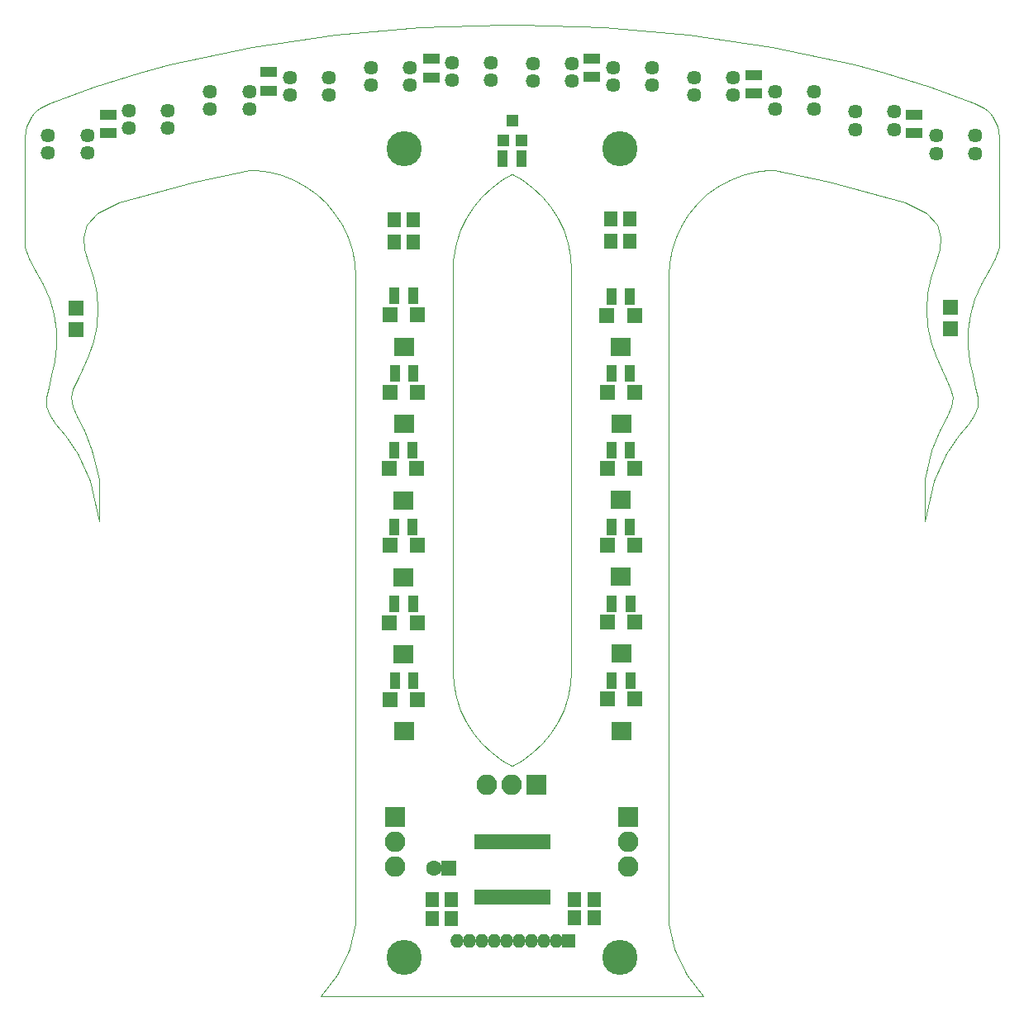
<source format=gts>
G04 #@! TF.FileFunction,Soldermask,Top*
%FSLAX46Y46*%
G04 Gerber Fmt 4.6, Leading zero omitted, Abs format (unit mm)*
G04 Created by KiCad (PCBNEW 4.0.7) date 02/25/18 15:11:15*
%MOMM*%
%LPD*%
G01*
G04 APERTURE LIST*
%ADD10C,0.100000*%
%ADD11C,3.600000*%
%ADD12R,1.400000X1.650000*%
%ADD13R,1.600000X1.600000*%
%ADD14C,1.600000*%
%ADD15R,1.400000X1.400000*%
%ADD16O,1.400000X1.400000*%
%ADD17R,2.000000X1.900000*%
%ADD18R,1.700000X1.100000*%
%ADD19R,1.100000X1.700000*%
%ADD20C,1.455599*%
%ADD21R,2.100000X2.100000*%
%ADD22O,2.100000X2.100000*%
%ADD23R,0.800000X1.500000*%
%ADD24R,1.200000X1.300000*%
G04 APERTURE END LIST*
D10*
X43860720Y75483720D02*
X44246800Y77292200D01*
X43865800Y34152840D02*
X43916600Y33258760D01*
X50955573Y83762972D02*
X49991563Y84292530D01*
X97124595Y63725083D02*
X97441436Y62490152D01*
X96820768Y65136804D02*
X97124595Y63725083D01*
X96632601Y66687713D02*
X96820768Y65136804D01*
X96638125Y68319403D02*
X96632601Y66687713D01*
X96880350Y69963922D02*
X96638125Y68319403D01*
X98025607Y73043514D02*
X97359175Y71555608D01*
X97359175Y71555608D02*
X96880350Y69963922D01*
X98778291Y74404414D02*
X98025607Y73043514D01*
X99850757Y76814051D02*
X99462352Y75656394D01*
X99462352Y75656394D02*
X98778291Y74404414D01*
X99850757Y76814051D02*
X99850757Y88055035D01*
X50735Y88055035D02*
X130724Y88822828D01*
X1263025Y90804890D02*
X1561489Y91050445D01*
X76547895Y97375154D02*
X85006687Y95599644D01*
X40511677Y99413209D02*
X31902509Y98647824D01*
X367255Y89557646D02*
X541302Y89902733D01*
X1883792Y91263751D02*
X2226461Y91442512D01*
X2544677Y91581566D02*
X2226461Y91442512D01*
X991611Y90529731D02*
X1263025Y90804890D01*
X7132339Y93308757D02*
X2544677Y91581566D01*
X130724Y88822828D02*
X229903Y89196381D01*
X23353596Y97375154D02*
X14894804Y95599644D01*
X229903Y89196381D02*
X367255Y89557646D01*
X50735Y76814051D02*
X50735Y88055035D01*
X98909880Y90529731D02*
X98638467Y90804890D01*
X541302Y89902733D02*
X750171Y90227929D01*
X50828764Y99666319D02*
X59389815Y99413209D01*
X49072727Y99666319D02*
X40511677Y99413209D01*
X98638467Y90804890D02*
X98340002Y91050445D01*
X1561489Y91050445D02*
X1883792Y91263751D01*
X50735Y76814051D02*
X439139Y75656394D01*
X11770129Y94748269D02*
X7132339Y93308757D01*
X99151321Y90227929D02*
X98909880Y90529731D01*
X14894804Y95599644D02*
X11770129Y94748269D01*
X750171Y90227929D02*
X991611Y90529731D01*
X98017700Y91263751D02*
X97675030Y91442512D01*
X98340002Y91050445D02*
X98017700Y91263751D01*
X59389815Y99413209D02*
X67998983Y98647824D01*
X97356815Y91581566D02*
X97675030Y91442512D01*
X92769153Y93308757D02*
X97356815Y91581566D01*
X88131362Y94748269D02*
X92769153Y93308757D01*
X85006687Y95599644D02*
X88131362Y94748269D01*
X38248565Y5464032D02*
X38429547Y5535688D01*
X37358521Y4061546D02*
X37370743Y4255813D01*
X60004956Y2867247D02*
X60162432Y2752834D01*
X37370743Y4255813D02*
X37407217Y4447017D01*
X60333007Y2659060D02*
X60513989Y2587404D01*
X38811200Y5608492D02*
X39005851Y5608492D01*
X37407217Y3676076D02*
X37370743Y3867279D01*
X39896535Y2867247D02*
X39739059Y2752834D01*
X37550246Y3314826D02*
X37467367Y3490952D01*
X37467367Y4632141D02*
X37550246Y4808267D01*
X39568485Y5464032D02*
X39739059Y5370259D01*
X62351246Y3314826D02*
X62434124Y3490952D01*
X62351246Y4808267D02*
X62246946Y4972616D01*
X40446308Y3867279D02*
X40409834Y3676076D01*
X59551809Y4632141D02*
X59491658Y4447017D01*
X59634687Y4808267D02*
X59551809Y4632141D01*
X61283408Y5584096D02*
X61090292Y5608492D01*
X61090292Y5608492D02*
X60895641Y5608492D01*
X61823500Y5370259D02*
X61652926Y5464032D01*
X59455184Y4255813D02*
X59442962Y4061546D01*
X39198967Y2538997D02*
X39005851Y2514600D01*
X62122871Y5122598D02*
X61980977Y5255845D01*
X37920515Y2867247D02*
X37778620Y3000495D01*
X59863062Y5122598D02*
X59738986Y4972616D01*
X61980977Y5255845D02*
X61823500Y5370259D01*
X39387503Y5535688D02*
X39568485Y5464032D01*
X61980977Y2867247D02*
X62122871Y3000495D01*
X59738986Y3150476D02*
X59863062Y3000495D01*
X37654545Y4972616D02*
X37778620Y5122598D01*
X60895641Y2514600D02*
X61090292Y2514600D01*
X61471944Y2587404D02*
X61652926Y2659060D01*
X60702524Y2538997D02*
X60895641Y2514600D01*
X59634687Y3314826D02*
X59738986Y3150476D01*
X62530749Y3867279D02*
X62542971Y4061546D01*
X60162432Y2752834D02*
X60333007Y2659060D01*
X39739059Y2752834D02*
X39568485Y2659060D01*
X60004956Y5255845D02*
X59863062Y5122598D01*
X62122871Y3000495D02*
X62246946Y3150476D01*
X62494275Y3676076D02*
X62530749Y3867279D01*
X40266805Y4808267D02*
X40349683Y4632141D01*
X60895641Y5608492D02*
X60702524Y5584096D01*
X61471944Y5535688D02*
X61283408Y5584096D01*
X59491658Y3676076D02*
X59551809Y3490952D01*
X40349683Y3490952D02*
X40266805Y3314826D01*
X61823500Y2752834D02*
X61980977Y2867247D01*
X39896535Y5255845D02*
X40038430Y5122598D01*
X59442962Y4061546D02*
X59455184Y3867279D01*
X59455184Y3867279D02*
X59491658Y3676076D01*
X61652926Y5464032D02*
X61471944Y5535688D01*
X40162505Y4972616D02*
X40266805Y4808267D01*
X60702524Y5584096D02*
X60513989Y5535688D01*
X62530749Y4255813D02*
X62494275Y4447017D01*
X60162432Y5370259D02*
X60004956Y5255845D01*
X40266805Y3314826D02*
X40162505Y3150476D01*
X39198967Y5584096D02*
X39387503Y5535688D01*
X39739059Y5370259D02*
X39896535Y5255845D01*
X38618083Y5584096D02*
X38811200Y5608492D01*
X40038430Y3000495D02*
X39896535Y2867247D01*
X60333007Y5464032D02*
X60162432Y5370259D01*
X59863062Y3000495D02*
X60004956Y2867247D01*
X59551809Y3490952D02*
X59634687Y3314826D01*
X39005851Y5608492D02*
X39198967Y5584096D01*
X37654545Y3150476D02*
X37550246Y3314826D01*
X33906674Y10492500D02*
X33906674Y73869753D01*
X65994817Y10492500D02*
X65994817Y73869753D01*
X67338129Y79099936D02*
X68068882Y80250977D01*
X32563362Y79099936D02*
X31832610Y80250977D01*
X33565484Y76569721D02*
X33144041Y77866362D01*
X68068882Y80250977D02*
X68938176Y81301319D01*
X69932294Y82234390D02*
X71035550Y83035465D01*
X28865942Y83035465D02*
X27670960Y83691903D01*
X31832610Y80250977D02*
X30963316Y81301319D01*
X33821039Y75230473D02*
X33565484Y76569721D01*
X65994817Y7492491D02*
X65994817Y10492500D01*
X30963316Y81301319D02*
X29969197Y82234390D01*
X33906674Y73869753D02*
X33821039Y75230473D01*
X6415126Y79119764D02*
X6019957Y77848888D01*
X23729656Y84702158D02*
X23058620Y84702158D01*
X66757450Y77866362D02*
X67338129Y79099936D01*
X7033109Y73720627D02*
X7377452Y72127070D01*
X29969197Y82234390D02*
X28865942Y83035465D01*
X33906674Y7492491D02*
X33906674Y10492500D01*
X6578115Y75207759D02*
X7033109Y73720627D01*
X25082392Y84531876D02*
X23729656Y84702158D01*
X27670960Y83691903D02*
X26403108Y84193344D01*
X66080453Y75230473D02*
X66336008Y76569721D01*
X68938176Y81301319D02*
X69932294Y82234390D01*
X71035550Y83035465D02*
X72230532Y83691903D01*
X6167738Y76574136D02*
X6578115Y75207759D01*
X6019957Y77848888D02*
X6167738Y76574136D01*
X7490342Y80322153D02*
X6415126Y79119764D01*
X26403108Y84193344D02*
X25082392Y84531876D01*
X7490342Y80322153D02*
X9713785Y81417451D01*
X65994817Y73869753D02*
X66080453Y75230473D01*
X33144041Y77866362D02*
X32563362Y79099936D01*
X66336008Y76569721D02*
X66757450Y77866362D01*
X93801709Y58063694D02*
X92958939Y56025139D01*
X95096702Y61405344D02*
X94976050Y60517705D01*
X94976050Y60517705D02*
X94525931Y59473092D01*
X92280854Y53034982D02*
X92207992Y48712244D01*
X95701054Y57531999D02*
X94454946Y55711784D01*
X92411149Y80322153D02*
X90187706Y81417451D01*
X92524040Y72127070D02*
X92384710Y70470771D01*
X94454946Y55711784D02*
X93173181Y52926480D01*
X92819806Y67214145D02*
X93324619Y65735670D01*
X92958939Y56025139D02*
X92280854Y53034982D01*
X92487792Y68811708D02*
X92819806Y67214145D01*
X93324619Y65735670D02*
X93913810Y64417291D01*
X72230532Y83691903D02*
X73498384Y84193344D01*
X97357478Y59690124D02*
X96701072Y58761171D01*
X73498384Y84193344D02*
X74819099Y84531876D01*
X74819099Y84531876D02*
X76171836Y84702158D01*
X76171836Y84702158D02*
X76842872Y84702158D01*
X97659078Y60533628D02*
X97357478Y59690124D01*
X92384710Y70470771D02*
X92487792Y68811708D01*
X94525931Y59473092D02*
X93801709Y58063694D01*
X92411149Y80322153D02*
X93486366Y79119764D01*
X93486366Y79119764D02*
X93881535Y77848888D01*
X93733754Y76574136D02*
X93323376Y75207759D01*
X93173181Y52926480D02*
X92207992Y48712244D01*
X93881535Y77848888D02*
X93733754Y76574136D01*
X93913810Y64417291D02*
X94479174Y63274572D01*
X94907370Y62289824D02*
X95096702Y61405344D01*
X96701072Y58761171D02*
X95701054Y57531999D01*
X92868382Y73720627D02*
X92524040Y72127070D01*
X94479174Y63274572D02*
X94907370Y62289824D01*
X93323376Y75207759D02*
X92868382Y73720627D01*
X46850063Y82027040D02*
X47844182Y82960110D01*
X99770768Y88822828D02*
X99671589Y89196381D01*
X50954617Y24222125D02*
X49990607Y23692567D01*
X53921285Y27006613D02*
X53051991Y25956271D01*
X45980769Y80976697D02*
X46850063Y82027040D01*
X46849501Y25956271D02*
X47843619Y25023200D01*
X44668775Y29391228D02*
X45249454Y28157654D01*
X99850757Y88055035D02*
X99770768Y88822828D01*
X45249454Y28157654D02*
X45980207Y27006613D01*
X43991778Y32027117D02*
X44247333Y30687869D01*
X99671589Y89196381D02*
X99534236Y89557646D01*
X44247333Y30687869D02*
X44668775Y29391228D01*
X43868327Y34151223D02*
X43860984Y75484473D01*
X99360189Y89902733D02*
X99151321Y90227929D01*
X54652037Y28157654D02*
X53921285Y27006613D01*
X55232716Y29391228D02*
X54652037Y28157654D01*
X99534236Y89557646D02*
X99360189Y89902733D01*
X45980207Y27006613D02*
X46849501Y25956271D01*
X48946875Y24222125D02*
X49910884Y23692567D01*
X43914047Y33262223D02*
X43991778Y32027117D01*
X55987444Y33262223D02*
X55909714Y32027117D01*
X55909714Y32027117D02*
X55654159Y30687869D01*
X55654159Y30687869D02*
X55232716Y29391228D01*
X53051991Y25956271D02*
X52057872Y25023200D01*
X44669338Y78592083D02*
X45250017Y79825656D01*
X44247895Y77295441D02*
X44669338Y78592083D01*
X45250017Y79825656D02*
X45980769Y80976697D01*
X40266805Y86181416D02*
X40162505Y86017067D01*
X60333007Y88330623D02*
X60162432Y88236849D01*
X61471944Y85453995D02*
X61652926Y85525651D01*
X38811200Y88475083D02*
X39005851Y88475083D01*
X37370743Y87122404D02*
X37407217Y87313607D01*
X59442962Y86928137D02*
X59455184Y86733870D01*
X59455184Y86733870D02*
X59491658Y86542666D01*
X38811200Y85381191D02*
X38618083Y85405587D01*
X38077991Y85619425D02*
X37920515Y85733838D01*
X37920515Y88122436D02*
X38077991Y88236849D01*
X60513989Y85453995D02*
X60702524Y85405587D01*
X39005851Y88475083D02*
X39198967Y88450687D01*
X37407217Y87313607D02*
X37467367Y87498732D01*
X38429547Y85453995D02*
X38248565Y85525651D01*
X40038430Y85867086D02*
X39896535Y85733838D01*
X38618083Y88450687D02*
X38811200Y88475083D01*
X40349683Y87498732D02*
X40409834Y87313607D01*
X40458530Y86928137D02*
X40446308Y86733870D01*
X39568485Y85525651D02*
X39387503Y85453995D01*
X40162505Y86017067D02*
X40038430Y85867086D01*
X37550246Y87674857D02*
X37654545Y87839207D01*
X40446308Y87122404D02*
X40458530Y86928137D01*
X40266805Y87674857D02*
X40349683Y87498732D01*
X49950746Y23714464D02*
X49990607Y23692567D01*
X38077991Y88236849D02*
X38248565Y88330623D01*
X38618083Y85405587D02*
X38429547Y85453995D01*
X37358521Y86928137D02*
X37370743Y87122404D01*
X37467367Y86357542D02*
X37407217Y86542666D01*
X39739059Y88236849D02*
X39896535Y88122436D01*
X49950746Y23714464D02*
X49910884Y23692567D01*
X39387503Y88402279D02*
X39568485Y88330623D01*
X61283408Y88450687D02*
X61090292Y88475083D01*
X39568485Y88330623D02*
X39739059Y88236849D01*
X39896535Y85733838D02*
X39739059Y85619425D01*
X38248565Y88330623D02*
X38429547Y88402279D01*
X39005851Y85381191D02*
X38811200Y85381191D01*
X61283408Y85405587D02*
X61471944Y85453995D01*
X40446308Y86733870D02*
X40409834Y86542666D01*
X59738986Y87839207D02*
X59634687Y87674857D01*
X37407217Y86542666D02*
X37370743Y86733870D01*
X60333007Y85525651D02*
X60513989Y85453995D01*
X59738986Y86017067D02*
X59863062Y85867086D01*
X60162432Y85619425D02*
X60333007Y85525651D01*
X37654545Y87839207D02*
X37778620Y87989188D01*
X37778620Y85867086D02*
X37654545Y86017067D01*
X37654545Y86017067D02*
X37550246Y86181416D01*
X39198967Y85405587D02*
X39005851Y85381191D01*
X37467367Y87498732D02*
X37550246Y87674857D01*
X37370743Y86733870D02*
X37358521Y86928137D01*
X37778620Y87989188D02*
X37920515Y88122436D01*
X38429547Y88402279D02*
X38618083Y88450687D01*
X40409834Y87313607D02*
X40446308Y87122404D01*
X40038430Y87989188D02*
X40162505Y87839207D01*
X37920515Y85733838D02*
X37778620Y85867086D01*
X40162505Y87839207D02*
X40266805Y87674857D01*
X39739059Y85619425D02*
X39568485Y85525651D01*
X40409834Y86542666D02*
X40349683Y86357542D01*
X37550246Y86181416D02*
X37467367Y86357542D01*
X39896535Y88122436D02*
X40038430Y87989188D01*
X39198967Y88450687D02*
X39387503Y88402279D01*
X40349683Y86357542D02*
X40266805Y86181416D01*
X39387503Y85453995D02*
X39198967Y85405587D01*
X38248565Y85525651D02*
X38077991Y85619425D01*
X55653596Y77295441D02*
X55232154Y78592083D01*
X30359787Y61534D02*
X32007880Y2298834D01*
X69541705Y61534D02*
X67893611Y2298834D01*
X55909152Y75956194D02*
X55653596Y77295441D01*
X33286803Y4869339D02*
X33906674Y7492491D01*
X55232154Y78592083D02*
X54651475Y79825656D01*
X53051428Y82027040D02*
X52057310Y82960110D01*
X54651475Y79825656D02*
X53920723Y80976697D01*
X55987444Y33262223D02*
X55994787Y74595473D01*
X69541705Y61534D02*
X30359787Y61534D01*
X53920723Y80976697D02*
X53051428Y82027040D01*
X66614689Y4869339D02*
X65994817Y7492491D01*
X55994787Y74595473D02*
X55909152Y75956194D01*
X61090292Y2514600D02*
X61283408Y2538997D01*
X82458238Y83523486D02*
X90187706Y81417451D01*
X67998983Y98647824D02*
X76547895Y97375154D01*
X9713785Y81417451D02*
X17443253Y83523486D01*
X61283408Y2538997D02*
X61471944Y2587404D01*
X62494275Y4447017D02*
X62434124Y4632141D01*
X62434124Y4632141D02*
X62351246Y4808267D01*
X48947437Y83761185D02*
X47844182Y82960110D01*
X62434124Y3490952D02*
X62494275Y3676076D01*
X23058620Y84702158D02*
X17443253Y83523486D01*
X62542971Y4061546D02*
X62530749Y4255813D01*
X61652926Y2659060D02*
X61823500Y2752834D01*
X59491658Y4447017D02*
X59455184Y4255813D01*
X66614689Y4869339D02*
X67893611Y2298834D01*
X59738986Y4972616D02*
X59634687Y4808267D01*
X52057310Y82960110D02*
X50954055Y83761185D01*
X50954617Y24222125D02*
X52057872Y25023200D01*
X49072727Y99666319D02*
X50828764Y99666319D01*
X47843619Y25023200D02*
X48946875Y24222125D01*
X60513989Y5535688D02*
X60333007Y5464032D01*
X32007880Y2298834D02*
X33286803Y4869339D01*
X23353596Y97375154D02*
X31902509Y98647824D01*
X62246946Y3150476D02*
X62351246Y3314826D01*
X82458238Y83523486D02*
X76842872Y84702158D01*
X60513989Y2587404D02*
X60702524Y2538997D01*
X62246946Y4972616D02*
X62122871Y5122598D01*
X97441436Y62490152D02*
X97656740Y61438142D01*
X97656740Y61438142D02*
X97659078Y60533628D01*
X6576873Y65735670D02*
X5987682Y64417291D01*
X4804789Y61405344D02*
X4925441Y60517705D01*
X2544014Y59690124D02*
X3200420Y58761171D01*
X2244752Y61438142D02*
X2242414Y60533628D01*
X6099782Y58063694D02*
X6942552Y56025139D01*
X4200438Y57531999D02*
X5446546Y55711784D01*
X2460056Y62490152D02*
X2244752Y61438142D01*
X5987682Y64417291D02*
X5422317Y63274572D01*
X2776896Y63725083D02*
X2460056Y62490152D01*
X2542317Y71555608D02*
X3021142Y69963922D01*
X3268890Y66687713D02*
X3080724Y65136804D01*
X3080724Y65136804D02*
X2776896Y63725083D01*
X4925441Y60517705D02*
X5375560Y59473092D01*
X6942552Y56025139D02*
X7620637Y53034982D01*
X4994122Y62289824D02*
X4804789Y61405344D01*
X7081686Y67214145D02*
X6576873Y65735670D01*
X7516781Y70470771D02*
X7413699Y68811708D01*
X7377452Y72127070D02*
X7516781Y70470771D01*
X1875885Y73043514D02*
X2542317Y71555608D01*
X3200420Y58761171D02*
X4200438Y57531999D01*
X5446546Y55711784D02*
X6728311Y52926480D01*
X7413699Y68811708D02*
X7081686Y67214145D01*
X439139Y75656394D02*
X1123200Y74404414D01*
X1123200Y74404414D02*
X1875885Y73043514D01*
X3021142Y69963922D02*
X3263367Y68319403D01*
X3263367Y68319403D02*
X3268890Y66687713D01*
X2242414Y60533628D02*
X2544014Y59690124D01*
X6728311Y52926480D02*
X7693500Y48712244D01*
X7620637Y53034982D02*
X7693500Y48712244D01*
X5375560Y59473092D02*
X6099782Y58063694D01*
X5422317Y63274572D02*
X4994122Y62289824D01*
X62494275Y87313607D02*
X62434124Y87498732D01*
X61980977Y88122436D02*
X61823500Y88236849D01*
X62434124Y87498732D02*
X62351246Y87674857D01*
X61652926Y88330623D02*
X61471944Y88402279D01*
X37467367Y3490952D02*
X37407217Y3676076D01*
X40038430Y5122598D02*
X40162505Y4972616D01*
X60004956Y88122436D02*
X59863062Y87989188D01*
X39005851Y2514600D02*
X38811200Y2514600D01*
X39568485Y2659060D02*
X39387503Y2587404D01*
X62542971Y86928137D02*
X62530749Y87122404D01*
X59863062Y87989188D02*
X59738986Y87839207D01*
X40162505Y3150476D02*
X40038430Y3000495D01*
X39387503Y2587404D02*
X39198967Y2538997D01*
X59455184Y87122404D02*
X59442962Y86928137D01*
X38248565Y2659060D02*
X38077991Y2752834D01*
X62122871Y85867086D02*
X62246946Y86017067D01*
X38429547Y2587404D02*
X38248565Y2659060D01*
X62122871Y87989188D02*
X61980977Y88122436D01*
X60004956Y85733838D02*
X60162432Y85619425D01*
X60702524Y88450687D02*
X60513989Y88402279D01*
X62246946Y87839207D02*
X62122871Y87989188D01*
X62530749Y86733870D02*
X62542971Y86928137D01*
X62351246Y87674857D02*
X62246946Y87839207D01*
X60702524Y85405587D02*
X60895641Y85381191D01*
X38077991Y2752834D02*
X37920515Y2867247D01*
X61652926Y85525651D02*
X61823500Y85619425D01*
X61090292Y88475083D02*
X60895641Y88475083D01*
X60895641Y85381191D02*
X61090292Y85381191D01*
X61823500Y88236849D02*
X61652926Y88330623D01*
X60162432Y88236849D02*
X60004956Y88122436D01*
X59551809Y87498732D02*
X59491658Y87313607D01*
X59491658Y86542666D02*
X59551809Y86357542D01*
X62434124Y86357542D02*
X62494275Y86542666D01*
X59863062Y85867086D02*
X60004956Y85733838D01*
X62494275Y86542666D02*
X62530749Y86733870D01*
X62351246Y86181416D02*
X62434124Y86357542D01*
X38077991Y5370259D02*
X38248565Y5464032D01*
X37778620Y3000495D02*
X37654545Y3150476D01*
X59634687Y86181416D02*
X59738986Y86017067D01*
X61471944Y88402279D02*
X61283408Y88450687D01*
X62530749Y87122404D02*
X62494275Y87313607D01*
X37778620Y5122598D02*
X37920515Y5255845D01*
X40458530Y4061546D02*
X40446308Y3867279D01*
X38429547Y5535688D02*
X38618083Y5584096D01*
X59491658Y87313607D02*
X59455184Y87122404D01*
X40409834Y3676076D02*
X40349683Y3490952D01*
X40409834Y4447017D02*
X40446308Y4255813D01*
X61090292Y85381191D02*
X61283408Y85405587D01*
X37407217Y4447017D02*
X37467367Y4632141D01*
X37370743Y3867279D02*
X37358521Y4061546D01*
X60895641Y88475083D02*
X60702524Y88450687D01*
X61980977Y85733838D02*
X62122871Y85867086D01*
X59551809Y86357542D02*
X59634687Y86181416D01*
X61823500Y85619425D02*
X61980977Y85733838D01*
X59634687Y87674857D02*
X59551809Y87498732D01*
X37550246Y4808267D02*
X37654545Y4972616D01*
X40349683Y4632141D02*
X40409834Y4447017D01*
X62246946Y86017067D02*
X62351246Y86181416D01*
X37920515Y5255845D02*
X38077991Y5370259D01*
X60513989Y88402279D02*
X60333007Y88330623D01*
X38618083Y2538997D02*
X38429547Y2587404D01*
X40446308Y4255813D02*
X40458530Y4061546D01*
X38811200Y2514600D02*
X38618083Y2538997D01*
X48948955Y83762972D02*
X49912965Y84292530D01*
X49952264Y84270942D02*
X49912965Y84292530D01*
X49952264Y84270942D02*
X49991563Y84292530D01*
D11*
X38902640Y86928960D03*
X60995560Y86928960D03*
X61000640Y4064000D03*
D12*
X60036200Y77434440D03*
X62036200Y77434440D03*
X60036200Y79689960D03*
X62036200Y79689960D03*
X37856920Y77393800D03*
X39856920Y77393800D03*
X37856920Y79608680D03*
X39856920Y79608680D03*
D13*
X43459400Y13192760D03*
D14*
X41959400Y13192760D03*
D12*
X41743880Y8041640D03*
X43743880Y8041640D03*
X41764200Y9926320D03*
X43764200Y9926320D03*
X58358280Y9941560D03*
X56358280Y9941560D03*
X58358280Y8067040D03*
X56358280Y8067040D03*
D15*
X55732680Y5689600D03*
D16*
X54462680Y5689600D03*
X53192680Y5689600D03*
X51922680Y5689600D03*
X50652680Y5689600D03*
X49382680Y5689600D03*
X48112680Y5689600D03*
X46842680Y5689600D03*
X45572680Y5689600D03*
X44302680Y5689600D03*
D13*
X40292480Y30459160D03*
X37492480Y30459160D03*
D17*
X38892480Y27219160D03*
D13*
X40221360Y38353480D03*
X37421360Y38353480D03*
D17*
X38821360Y35113480D03*
D13*
X40238680Y46258480D03*
X37438680Y46258480D03*
D17*
X38838680Y43018480D03*
D13*
X40216280Y54121800D03*
X37416280Y54121800D03*
D17*
X38816280Y50881800D03*
D13*
X40297560Y61985640D03*
X37497560Y61985640D03*
D17*
X38897560Y58745640D03*
D13*
X40282320Y69874880D03*
X37482320Y69874880D03*
D17*
X38882320Y66634880D03*
D13*
X62487000Y69859640D03*
X59687000Y69859640D03*
D17*
X61087000Y66619640D03*
D13*
X62532720Y61955160D03*
X59732720Y61955160D03*
D17*
X61132720Y58715160D03*
D13*
X62497160Y54192920D03*
X59697160Y54192920D03*
D17*
X61097160Y50952920D03*
D13*
X62512400Y46308760D03*
X59712400Y46308760D03*
D17*
X61112400Y43068760D03*
D13*
X62558120Y38439840D03*
X59758120Y38439840D03*
D17*
X61158120Y35199840D03*
D13*
X62542880Y30504360D03*
X59742880Y30504360D03*
D17*
X61142880Y27264360D03*
D18*
X8575040Y88508800D03*
X8575040Y90408800D03*
D19*
X37937400Y32369760D03*
X39837400Y32369760D03*
X37906920Y40299640D03*
X39806920Y40299640D03*
D18*
X25044400Y92872520D03*
X25044400Y94772520D03*
D19*
X37856120Y48153320D03*
X39756120Y48153320D03*
X37866280Y56042560D03*
X39766280Y56042560D03*
D18*
X41671240Y94249200D03*
X41671240Y96149200D03*
D19*
X37952640Y63891160D03*
X39852640Y63891160D03*
X37917080Y71826120D03*
X39817080Y71826120D03*
D18*
X58155840Y96159360D03*
X58155840Y94259360D03*
D19*
X62031920Y71775320D03*
X60131920Y71775320D03*
X60121760Y63855600D03*
X62021760Y63855600D03*
D18*
X74691240Y94493120D03*
X74691240Y92593120D03*
D19*
X60121760Y56037480D03*
X62021760Y56037480D03*
X60152240Y48158400D03*
X62052240Y48158400D03*
D18*
X91180920Y90413880D03*
X91180920Y88513880D03*
D19*
X60197960Y40274240D03*
X62097960Y40274240D03*
X60172560Y32359600D03*
X62072560Y32359600D03*
D20*
X2445000Y88281080D03*
X6445000Y88281080D03*
X6445000Y86481080D03*
X2445000Y86481080D03*
X10710160Y90841400D03*
X14710160Y90841400D03*
X14710160Y89041400D03*
X10710160Y89041400D03*
X19031200Y92807360D03*
X23031200Y92807360D03*
X23031200Y91007360D03*
X19031200Y91007360D03*
X27235400Y94229760D03*
X31235400Y94229760D03*
X31235400Y92429760D03*
X27235400Y92429760D03*
X35536120Y95205120D03*
X39536120Y95205120D03*
X39536120Y93405120D03*
X35536120Y93405120D03*
X43791120Y95713120D03*
X47791120Y95713120D03*
X47791120Y93913120D03*
X43791120Y93913120D03*
X52076600Y95687720D03*
X56076600Y95687720D03*
X56076600Y93887720D03*
X52076600Y93887720D03*
X60321440Y95225440D03*
X64321440Y95225440D03*
X64321440Y93425440D03*
X60321440Y93425440D03*
X68601840Y94189120D03*
X72601840Y94189120D03*
X72601840Y92389120D03*
X68601840Y92389120D03*
X76892400Y92756560D03*
X80892400Y92756560D03*
X80892400Y90956560D03*
X76892400Y90956560D03*
X85122000Y90714400D03*
X89122000Y90714400D03*
X89122000Y88914400D03*
X85122000Y88914400D03*
X93397320Y88240440D03*
X97397320Y88240440D03*
X97397320Y86440440D03*
X93397320Y86440440D03*
D21*
X52481480Y21752560D03*
D22*
X49941480Y21752560D03*
X47401480Y21752560D03*
D23*
X53582520Y15890360D03*
X52932520Y15890360D03*
X52282520Y15890360D03*
X51632520Y15890360D03*
X50982520Y15890360D03*
X50332520Y15890360D03*
X49682520Y15890360D03*
X49032520Y15890360D03*
X48382520Y15890360D03*
X47732520Y15890360D03*
X47082520Y15890360D03*
X46432520Y15890360D03*
X46432520Y10190360D03*
X47082520Y10190360D03*
X47732520Y10190360D03*
X48382520Y10190360D03*
X49032520Y10190360D03*
X49682520Y10190360D03*
X50332520Y10190360D03*
X50982520Y10190360D03*
X51632520Y10190360D03*
X52282520Y10190360D03*
X52932520Y10190360D03*
X53582520Y10190360D03*
D24*
X49062600Y87767920D03*
X50962600Y87767920D03*
X50012600Y89767920D03*
D19*
X50921960Y85907880D03*
X49021960Y85907880D03*
D21*
X61889640Y18465800D03*
D22*
X61889640Y15925800D03*
X61889640Y13385800D03*
D21*
X38013640Y18404840D03*
D22*
X38013640Y15864840D03*
X38013640Y13324840D03*
D11*
X38907720Y4053840D03*
D13*
X5293360Y68384240D03*
X5293360Y70584240D03*
X94909640Y68460440D03*
X94909640Y70660440D03*
M02*

</source>
